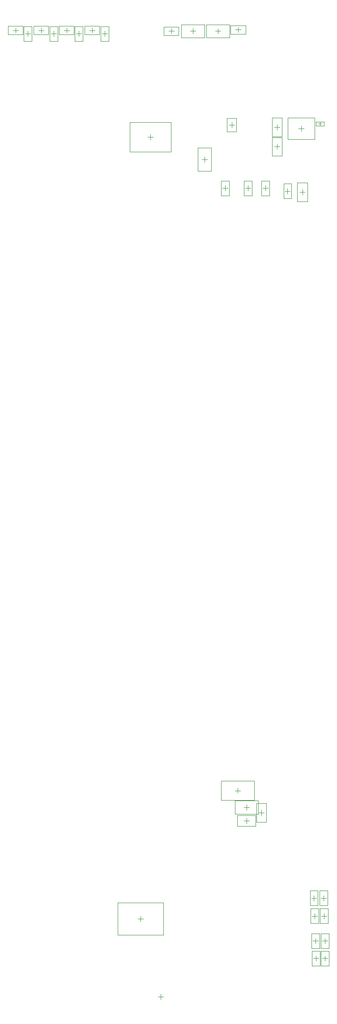
<source format=gbr>
G04 Layer_Color=32768*
%FSLAX26Y26*%
%MOIN*%
%TF.FileFunction,Other,Mechanical_15*%
%TF.Part,Single*%
G01*
G75*
%TA.AperFunction,NonConductor*%
%ADD82C,0.003937*%
%ADD84C,0.001968*%
D82*
X1900315Y2490000D02*
X1939685Y2490000D01*
X1920000Y2470315D02*
X1920000Y2509685D01*
X1770315Y2490000D02*
X1809685Y2490000D01*
X1790000Y2470315D02*
X1790000Y2509685D01*
X1601693Y2490000D02*
X1641063Y2490000D01*
X1621378Y2470315D02*
X1621378Y2509685D01*
X2187519Y2913991D02*
X2187519Y2953361D01*
X2167834Y2933676D02*
X2207204Y2933676D01*
X1987834Y2943676D02*
X2027204Y2943676D01*
X2007519Y2923991D02*
X2007519Y2963361D01*
X1987834Y2798676D02*
X2027204Y2798676D01*
X2007519Y2778991D02*
X2007519Y2818361D01*
X1760316Y-2220001D02*
X1799686Y-2220001D01*
X1780000Y-2239685D02*
X1780000Y-2200315D01*
X1760316Y-2120001D02*
X1799686Y-2120001D01*
X1780000Y-2139685D02*
X1780000Y-2100315D01*
X1044237Y2869118D02*
X1083607Y2869118D01*
X1063921Y2849434D02*
X1063921Y2888804D01*
X2262700Y-2795780D02*
X2302072Y-2795780D01*
X2282386Y-2815463D02*
X2282386Y-2776093D01*
X2333566Y-2795780D02*
X2372938Y-2795780D01*
X2353252Y-2815465D02*
X2353252Y-2776095D01*
X2345377Y-3244598D02*
X2384749Y-3244598D01*
X2365063Y-3264284D02*
X2365063Y-3224914D01*
X2266637Y-2929638D02*
X2306007Y-2929638D01*
X2286323Y-2949322D02*
X2286323Y-2909952D01*
X2278450Y-3244599D02*
X2317820Y-3244599D01*
X2298134Y-3264283D02*
X2298134Y-3224913D01*
X2337504Y-2929638D02*
X2376874Y-2929638D01*
X2357190Y-2949324D02*
X2357190Y-2909954D01*
X1650315Y2960000D02*
X1689685Y2960000D01*
X1670000Y2940315D02*
X1670000Y2979685D01*
X1360315Y3659000D02*
X1399685Y3659000D01*
X1380000Y3639315D02*
X1380000Y3678685D01*
X1220000Y3639315D02*
X1220000Y3678685D01*
X1200315Y3659000D02*
X1239685Y3659000D01*
X1120315Y-3530000D02*
X1159685Y-3530000D01*
X1140000Y-3549685D02*
X1140000Y-3510315D01*
X1870315Y-2160000D02*
X1909685Y-2160000D01*
X1890000Y-2179685D02*
X1890000Y-2140315D01*
X1715000Y-2014685D02*
X1715000Y-1975315D01*
X1695315Y-1995000D02*
X1734685Y-1995000D01*
X971361Y-2949323D02*
X1010731Y-2949323D01*
X991047Y-2969007D02*
X991047Y-2929637D01*
X1697833Y3668676D02*
X1737203Y3668676D01*
X1717519Y3648992D02*
X1717519Y3688362D01*
X1567517Y3638992D02*
X1567517Y3678363D01*
X1547831Y3658677D02*
X1587201Y3658677D01*
X1447740Y2704221D02*
X1487110Y2704221D01*
X1467424Y2684535D02*
X1467424Y2723905D01*
X2065849Y2468001D02*
X2105220Y2468001D01*
X2085535Y2448315D02*
X2085535Y2487685D01*
X2195772Y2440441D02*
X2195772Y2479811D01*
X2176086Y2460127D02*
X2215458Y2460127D01*
X230316Y3664999D02*
X269686Y3664999D01*
X250000Y3645315D02*
X250000Y3684685D01*
X420316Y3664999D02*
X459686Y3664999D01*
X440000Y3645315D02*
X440000Y3684685D01*
X610316Y3664999D02*
X649686Y3664999D01*
X630000Y3645315D02*
X630000Y3684685D01*
X40314Y3665001D02*
X79684Y3665001D01*
X60000Y3645315D02*
X60000Y3684685D01*
X325316Y3639999D02*
X364686Y3639999D01*
X345000Y3620315D02*
X345000Y3659685D01*
X510316Y3639999D02*
X549686Y3639999D01*
X530000Y3620315D02*
X530000Y3659685D01*
X705316Y3639999D02*
X744686Y3639999D01*
X725000Y3620315D02*
X725000Y3659685D01*
X130316Y3639999D02*
X169686Y3639999D01*
X150000Y3620315D02*
X150000Y3659685D01*
X2274512Y-3114677D02*
X2313882Y-3114677D01*
X2294196Y-3134361D02*
X2294196Y-3094991D01*
X2345378Y-3114677D02*
X2384748Y-3114677D01*
X2365064Y-3134363D02*
X2365064Y-3094993D01*
D84*
X1949527Y2434882D02*
X1949527Y2545118D01*
X1890472Y2434882D02*
X1890472Y2545118D01*
X1949527Y2545118D01*
X1890472Y2434882D02*
X1949527Y2434882D01*
X1819527Y2434882D02*
X1819527Y2545118D01*
X1760472Y2434882D02*
X1760472Y2545118D01*
X1819527Y2545118D01*
X1760472Y2434882D02*
X1819527Y2434882D01*
X1650906Y2434882D02*
X1650906Y2545118D01*
X1591851Y2434882D02*
X1591851Y2545118D01*
X1650906Y2545118D01*
X1591851Y2434882D02*
X1650906Y2434882D01*
X2087126Y2852968D02*
X2287913Y2852968D01*
X2087126Y3014385D02*
X2287913Y3014385D01*
X2287913Y2852968D02*
X2287913Y3014385D01*
X2087126Y2852968D02*
X2087126Y3014385D01*
X1970118Y2874779D02*
X1970118Y3012574D01*
X2044921Y2874779D02*
X2044921Y3012574D01*
X1970118Y2874779D02*
X2044921Y2874779D01*
X1970118Y3012574D02*
X2044921Y3012574D01*
X1970118Y2729779D02*
X1970118Y2867574D01*
X2044921Y2729779D02*
X2044921Y2867574D01*
X1970118Y2729779D02*
X2044921Y2729779D01*
X1970118Y2867574D02*
X2044921Y2867574D01*
X2296023Y2952928D02*
X2296023Y2984424D01*
X2359015Y2952928D02*
X2359015Y2984424D01*
X2296023Y2984424D02*
X2359015Y2984424D01*
X2296023Y2952928D02*
X2359015Y2952928D01*
X2315708Y2968676D02*
X2339330Y2968676D01*
X2327519Y2956865D02*
X2327519Y2980487D01*
X1711102Y-2259371D02*
X1711102Y-2180631D01*
X1848898Y-2259371D02*
X1848898Y-2180631D01*
X1711102Y-2180631D02*
X1848898Y-2180631D01*
X1711102Y-2259371D02*
X1848898Y-2259371D01*
X1693386Y-2171181D02*
X1693386Y-2068819D01*
X1866614Y-2171181D02*
X1866614Y-2068819D01*
X1693386Y-2068819D02*
X1866614Y-2068819D01*
X1693386Y-2171181D02*
X1866614Y-2171181D01*
X910379Y2758882D02*
X910379Y2979354D01*
X1217465Y2758882D02*
X1217465Y2979354D01*
X910379Y2979354D02*
X1217465Y2979354D01*
X910379Y2758882D02*
X1217465Y2758882D01*
X2311914Y-2850898D02*
X2311914Y-2740662D01*
X2252858Y-2850898D02*
X2252858Y-2740662D01*
X2311914Y-2740662D01*
X2252858Y-2850898D02*
X2311914Y-2850898D01*
X2323724Y-2850898D02*
X2323724Y-2740662D01*
X2382780Y-2850898D02*
X2382780Y-2740662D01*
X2323724Y-2850898D02*
X2382780Y-2850898D01*
X2323724Y-2740662D02*
X2382780Y-2740662D01*
X2335535Y-3299716D02*
X2335535Y-3189480D01*
X2394591Y-3299716D02*
X2394591Y-3189480D01*
X2335535Y-3299716D02*
X2394591Y-3299716D01*
X2335535Y-3189480D02*
X2394591Y-3189480D01*
X2256795Y-2984756D02*
X2256795Y-2874520D01*
X2315851Y-2984756D02*
X2315851Y-2874520D01*
X2256795Y-2984756D02*
X2315851Y-2984756D01*
X2256795Y-2874520D02*
X2315851Y-2874520D01*
X2327662Y-3299717D02*
X2327662Y-3189481D01*
X2268606Y-3299717D02*
X2268606Y-3189481D01*
X2327662Y-3189481D01*
X2268606Y-3299717D02*
X2327662Y-3299717D01*
X2386716Y-2984756D02*
X2386716Y-2874520D01*
X2327662Y-2984756D02*
X2327662Y-2874520D01*
X2386716Y-2874520D01*
X2327662Y-2984756D02*
X2386716Y-2984756D01*
X1634567Y2910787D02*
X1634567Y3009213D01*
X1705433Y3009213D01*
X1634567Y2910787D02*
X1705433Y2910787D01*
X1705433Y3009213D01*
X1466614Y3609787D02*
X1466614Y3708213D01*
X1293386Y3609787D02*
X1293386Y3708213D01*
X1466614Y3708213D01*
X1293386Y3609787D02*
X1466614Y3609787D01*
X1164882Y3690496D02*
X1275118Y3690496D01*
X1164882Y3627504D02*
X1275118Y3627504D01*
X1275118Y3690496D01*
X1164882Y3627504D02*
X1164882Y3690496D01*
X1852599Y-2228898D02*
X1852599Y-2091102D01*
X1927402Y-2228898D02*
X1927402Y-2091102D01*
X1852599Y-2091102D02*
X1927402Y-2091102D01*
X1852599Y-2228898D02*
X1927402Y-2228898D01*
X1590984Y-1924134D02*
X1839016Y-1924134D01*
X1590984Y-2065866D02*
X1839016Y-2065866D01*
X1839016Y-1924134D01*
X1590984Y-2065866D02*
X1590984Y-1924134D01*
X1162307Y-3069401D02*
X1162307Y-2829243D01*
X819787Y-3069401D02*
X819787Y-2829243D01*
X1162307Y-2829243D01*
X819787Y-3069401D02*
X1162307Y-3069401D01*
X1772637Y3637180D02*
X1772637Y3700174D01*
X1662401Y3637180D02*
X1662401Y3700174D01*
X1772637Y3700174D01*
X1662401Y3637180D02*
X1772637Y3637180D01*
X1480903Y3707890D02*
X1654131Y3707890D01*
X1480903Y3609465D02*
X1654131Y3609465D01*
X1654131Y3707890D01*
X1480903Y3609465D02*
X1480903Y3707890D01*
X1516638Y2617605D02*
X1516638Y2790835D01*
X1418212Y2617605D02*
X1418212Y2790835D01*
X1418212Y2617605D02*
X1516638Y2617605D01*
X1418212Y2790835D02*
X1516638Y2790835D01*
X2056008Y2412883D02*
X2056008Y2523119D01*
X2115064Y2412883D02*
X2115064Y2523119D01*
X2056008Y2523119D02*
X2115064Y2523119D01*
X2056008Y2412883D02*
X2115064Y2412883D01*
X2158370Y2391229D02*
X2233174Y2391229D01*
X2158370Y2529025D02*
X2233174Y2529025D01*
X2233174Y2391229D02*
X2233174Y2529025D01*
X2158370Y2391229D02*
X2158370Y2529025D01*
X194882Y3633503D02*
X194882Y3696495D01*
X305118Y3633503D02*
X305118Y3696495D01*
X194882Y3633503D02*
X305118Y3633503D01*
X194882Y3696495D02*
X305118Y3696495D01*
X384882Y3633503D02*
X384882Y3696495D01*
X495118Y3633503D02*
X495118Y3696495D01*
X384882Y3633503D02*
X495118Y3633503D01*
X384882Y3696495D02*
X495118Y3696495D01*
X574882Y3633503D02*
X574882Y3696495D01*
X685118Y3633503D02*
X685118Y3696495D01*
X574882Y3633503D02*
X685118Y3633503D01*
X574882Y3696495D02*
X685118Y3696495D01*
X4882Y3633505D02*
X4882Y3696497D01*
X115118Y3633505D02*
X115118Y3696497D01*
X4882Y3633505D02*
X115118Y3633505D01*
X4882Y3696497D02*
X115118Y3696497D01*
X315472Y3584881D02*
X315472Y3695117D01*
X374528Y3584881D02*
X374528Y3695117D01*
X315472Y3695117D02*
X374528Y3695117D01*
X315472Y3584881D02*
X374528Y3584881D01*
X500472Y3584881D02*
X500472Y3695117D01*
X559528Y3584881D02*
X559528Y3695117D01*
X500472Y3695117D02*
X559528Y3695117D01*
X500472Y3584881D02*
X559528Y3584881D01*
X695472Y3584881D02*
X695472Y3695117D01*
X754528Y3584881D02*
X754528Y3695117D01*
X695472Y3695117D02*
X754528Y3695117D01*
X695472Y3584881D02*
X754528Y3584881D01*
X120472Y3584881D02*
X120472Y3695117D01*
X179528Y3584881D02*
X179528Y3695117D01*
X120472Y3695117D02*
X179528Y3695117D01*
X120472Y3584881D02*
X179528Y3584881D01*
X2264670Y-3169795D02*
X2264670Y-3059559D01*
X2323724Y-3169795D02*
X2323724Y-3059559D01*
X2264670Y-3059559D02*
X2323724Y-3059559D01*
X2264670Y-3169795D02*
X2323724Y-3169795D01*
X2394590Y-3169795D02*
X2394590Y-3059559D01*
X2335536Y-3169795D02*
X2335536Y-3059559D01*
X2335536Y-3169795D02*
X2394590Y-3169795D01*
X2335536Y-3059559D02*
X2394590Y-3059559D01*
%TF.MD5,5d43d13a3754defe42cba7a180f018bb*%
M02*

</source>
